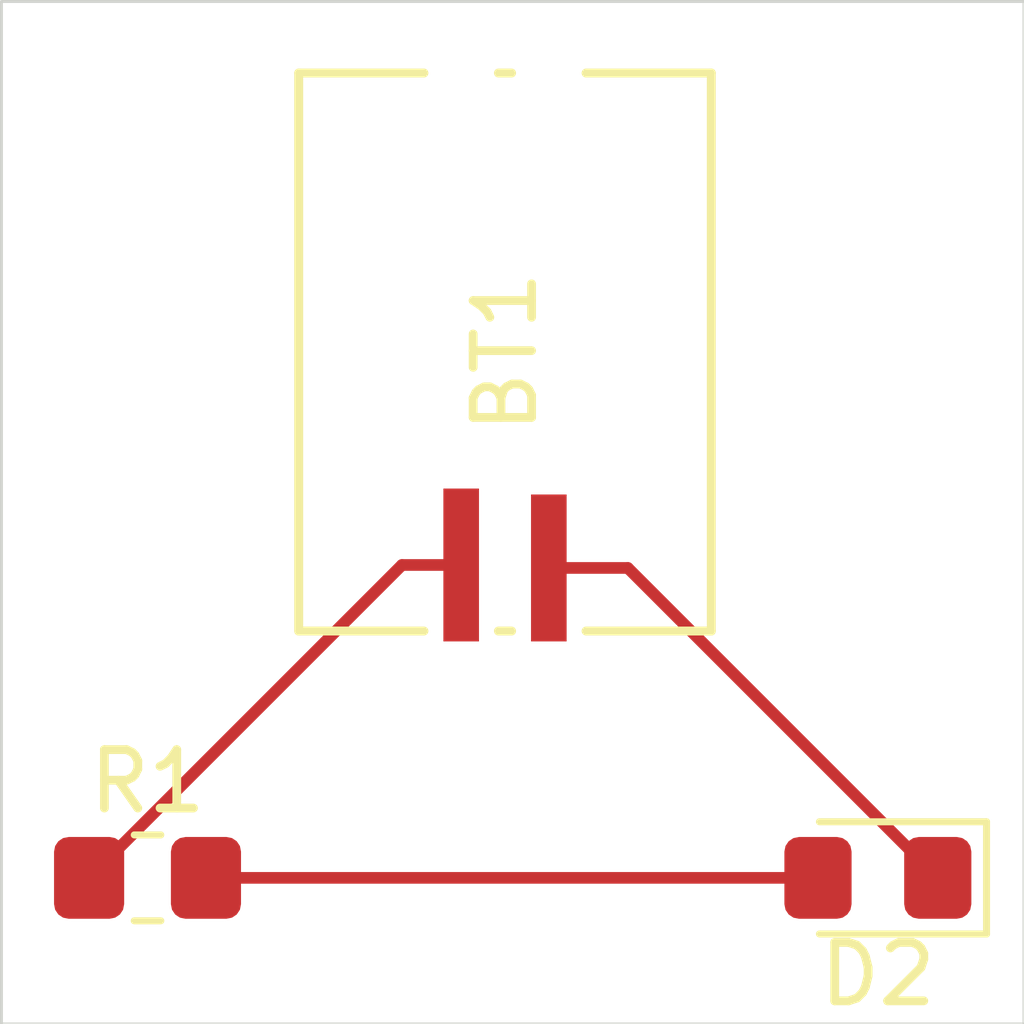
<source format=kicad_pcb>
(kicad_pcb (version 20240108) (generator "pcbnew") (generator_version "8.0")
  (layers (0 "F.Cu" signal) (31 "B.Cu" signal) (34 "B.Paste" user) (35 "F.Paste" user) (36 "B.SilkS" user "B.Silkscreen") (37 "F.SilkS" user "F.Silkscreen") (38 "B.Mask" user) (39 "F.Mask" user) (44 "Edge.Cuts" user))
  (net 0 "")
  (net 1 "Net-(BT1-+)")
  (net 2 "Net-(BT1--)")
  (net 3 "Net-(D2-A)")
  (footprint "Resistor_SMD:R_0805_2012Metric_Pad1.20x1.40mm_HandSolder" (layer "F.Cu") (at 67.5 32.5)
    (property "Reference" "R1" (at 0 -1.65 0) (layer "F.SilkS"))
    (property "Value" "R")
    (fp_line (start -0.227064 -0.735) (end 0.227064 -0.735) (stroke (width 0.12)) (layer "F.SilkS"))
    (fp_line (start -0.227064 0.735) (end 0.227064 0.735) (stroke (width 0.12)) (layer "F.SilkS"))
    (pad "1" smd roundrect (at -1 0) (size 1.2 1.4) (layers "F.Cu" "F.Paste" "F.Mask") (roundrect_rratio 0.208333) (net 1 "Net-(BT1-+)"))
    (pad "2" smd roundrect (at 1 0) (size 1.2 1.4) (layers "F.Cu" "F.Paste" "F.Mask") (roundrect_rratio 0.208333) (net 3 "Net-(D2-A)"))
  )
  (footprint "FS_3_Global_Footprint_Library:MS621FE-FL11E_SEC" (layer "F.Cu") (at 73.6182 23.5 90)
    (property "Reference" "BT1" (at 0 0 90) (layer "F.SilkS"))
    (property "Value" "Battery_Cell")
    (fp_line (start 4.7752 -3.5306) (end -4.7752 -3.5306) (stroke (width 0.1524)) (layer "F.SilkS"))
    (fp_line (start -4.7752 -3.5306) (end -4.7752 -1.387541) (stroke (width 0.1524)) (layer "F.SilkS"))
    (fp_line (start 4.7752 -1.387541) (end 4.7752 -3.5306) (stroke (width 0.1524)) (layer "F.SilkS"))
    (fp_line (start -4.7752 -0.112461) (end -4.7752 0.112461) (stroke (width 0.1524)) (layer "F.SilkS"))
    (fp_line (start 4.7752 0.112461) (end 4.7752 -0.112461) (stroke (width 0.1524)) (layer "F.SilkS"))
    (fp_line (start -4.7752 1.387541) (end -4.7752 3.5306) (stroke (width 0.1524)) (layer "F.SilkS"))
    (fp_line (start 4.7752 3.5306) (end 4.7752 1.387541) (stroke (width 0.1524)) (layer "F.SilkS"))
    (fp_line (start -4.7752 3.5306) (end 4.7752 3.5306) (stroke (width 0.1524)) (layer "F.SilkS"))
    (pad "1" smd rect (at -3.6449 -0.750001 90) (size 2.6162 0.6096) (layers "F.Cu" "F.Paste" "F.Mask") (net 1 "Net-(BT1-+)"))
    (pad "2" smd rect (at -3.6957 0.750001 90) (size 2.5146 0.6096) (layers "F.Cu" "F.Paste" "F.Mask") (net 2 "Net-(BT1--)"))
  )
  (footprint "LED_SMD:LED_0805_2012Metric_Pad1.15x1.40mm_HandSolder" (layer "F.Cu") (at 80 32.5 180)
    (property "Reference" "D2" (at 0 -1.65 360) (layer "F.SilkS"))
    (property "Value" "LED")
    (fp_line (start 1 -0.96) (end -1.86 -0.96) (stroke (width 0.12)) (layer "F.SilkS"))
    (fp_line (start -1.86 0.96) (end 1 0.96) (stroke (width 0.12)) (layer "F.SilkS"))
    (fp_line (start -1.86 -0.96) (end -1.86 0.96) (stroke (width 0.12)) (layer "F.SilkS"))
    (pad "1" smd roundrect (at -1.025 0 180) (size 1.15 1.4) (layers "F.Cu" "F.Paste" "F.Mask") (roundrect_rratio 0.217391) (net 2 "Net-(BT1--)"))
    (pad "2" smd roundrect (at 1.025 0 180) (size 1.15 1.4) (layers "F.Cu" "F.Paste" "F.Mask") (roundrect_rratio 0.217391) (net 3 "Net-(D2-A)"))
  )
  (gr_rect (start 65 17.5) (end 82.5 35) (stroke (width 0.05)) (fill none) (layer "Edge.Cuts"))
  (segment (start 71.8551 27.1449) (end 66.5 32.5) (width 0.2) (layer "F.Cu") (net 1))
  (segment (start 72.868199 27.1449) (end 71.8551 27.1449) (width 0.2) (layer "F.Cu") (net 1))
  (segment (start 81.025 32.5) (end 75.7207 27.1957) (width 0.2) (layer "F.Cu") (net 2))
  (segment (start 75.7207 27.1957) (end 74.368201 27.1957) (width 0.2) (layer "F.Cu") (net 2))
  (segment (start 68.5 32.5) (end 78.975 32.5) (width 0.2) (layer "F.Cu") (net 3))
)
</source>
